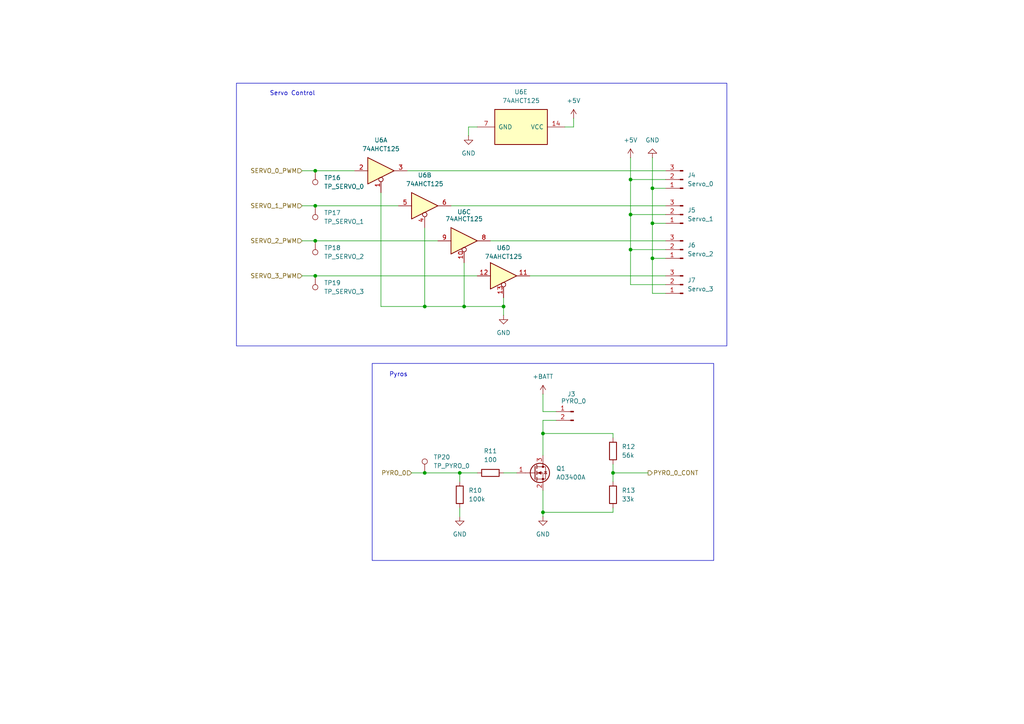
<source format=kicad_sch>
(kicad_sch (version 20250114) (generator "eeschema") (generator_version "9.0")
  (paper "A4")
  (title_block (title "Project Viikate - Avionics") (date "2026-01-30") (rev "1") (company "Aalto Space Association"))
  (lib_symbols
    (symbol "74xx:74AHCT125" (pin_names (offset 1.016))
      (property "Reference" "U" (at 0 1.27 0))
      (property "Value" "74AHCT125" (at 0 -1.27 0))
      (symbol "74AHCT125_1_0"
        (polyline (pts (xy -3.81 3.81) (xy -3.81 -3.81) (xy 3.81 0) (xy -3.81 3.81)) (stroke (width 0.254)) (fill (type background)))
        (pin input line (at -7.62 0 0) (length 3.81) (name "~") (number "2"))
        (pin input inverted (at 0 -6.35 90) (length 4.445) (name "~") (number "1"))
        (pin tri_state line (at 7.62 0 180) (length 3.81) (name "~") (number "3"))
      )
      (symbol "74AHCT125_2_0"
        (polyline (pts (xy -3.81 3.81) (xy -3.81 -3.81) (xy 3.81 0) (xy -3.81 3.81)) (stroke (width 0.254)) (fill (type background)))
        (pin input line (at -7.62 0 0) (length 3.81) (name "~") (number "5"))
        (pin input inverted (at 0 -6.35 90) (length 4.445) (name "~") (number "4"))
        (pin tri_state line (at 7.62 0 180) (length 3.81) (name "~") (number "6"))
      )
      (symbol "74AHCT125_3_0"
        (polyline (pts (xy -3.81 3.81) (xy -3.81 -3.81) (xy 3.81 0) (xy -3.81 3.81)) (stroke (width 0.254)) (fill (type background)))
        (pin input line (at -7.62 0 0) (length 3.81) (name "~") (number "9"))
        (pin input inverted (at 0 -6.35 90) (length 4.445) (name "~") (number "10"))
        (pin tri_state line (at 7.62 0 180) (length 3.81) (name "~") (number "8"))
      )
      (symbol "74AHCT125_4_0"
        (polyline (pts (xy -3.81 3.81) (xy -3.81 -3.81) (xy 3.81 0) (xy -3.81 3.81)) (stroke (width 0.254)) (fill (type background)))
        (pin input line (at -7.62 0 0) (length 3.81) (name "~") (number "12"))
        (pin input inverted (at 0 -6.35 90) (length 4.445) (name "~") (number "13"))
        (pin tri_state line (at 7.62 0 180) (length 3.81) (name "~") (number "11"))
      )
      (symbol "74AHCT125_5_0"
        (pin power_in line (at 0 12.7 270) (length 5.08) (name "VCC") (number "14"))
        (pin power_in line (at 0 -12.7 90) (length 5.08) (name "GND") (number "7"))
      )
      (symbol "74AHCT125_5_1"
        (rectangle (start -5.08 7.62) (end 5.08 -7.62) (stroke (width 0.254)) (fill (type background)))
      )
    )
    (symbol "Connector:Conn_01x02_Pin" (pin_names (offset 1.016) (hide yes))
      (property "Reference" "J" (at 0 2.54 0))
      (property "Value" "Conn_01x02_Pin" (at 0 -5.08 0))
      (symbol "Conn_01x02_Pin_1_1"
        (rectangle (start 0.8636 0.127) (end 0 -0.127) (stroke (width 0.1524)) (fill (type outline)))
        (rectangle (start 0.8636 -2.413) (end 0 -2.667) (stroke (width 0.1524)) (fill (type outline)))
        (polyline (pts (xy 1.27 0) (xy 0.8636 0)) (stroke (width 0.1524)))
        (polyline (pts (xy 1.27 -2.54) (xy 0.8636 -2.54)) (stroke (width 0.1524)))
        (pin passive line (at 5.08 0 180) (length 3.81) (name "Pin_1") (number "1"))
        (pin passive line (at 5.08 -2.54 180) (length 3.81) (name "Pin_2") (number "2"))
      )
    )
    (symbol "Connector:Conn_01x03_Pin" (pin_names (offset 1.016) (hide yes))
      (property "Reference" "J" (at 0 5.08 0))
      (property "Value" "Conn_01x03_Pin" (at 0 -5.08 0))
      (symbol "Conn_01x03_Pin_1_1"
        (rectangle (start 0.8636 2.667) (end 0 2.413) (stroke (width 0.1524)) (fill (type outline)))
        (rectangle (start 0.8636 0.127) (end 0 -0.127) (stroke (width 0.1524)) (fill (type outline)))
        (rectangle (start 0.8636 -2.413) (end 0 -2.667) (stroke (width 0.1524)) (fill (type outline)))
        (polyline (pts (xy 1.27 2.54) (xy 0.8636 2.54)) (stroke (width 0.1524)))
        (polyline (pts (xy 1.27 0) (xy 0.8636 0)) (stroke (width 0.1524)))
        (polyline (pts (xy 1.27 -2.54) (xy 0.8636 -2.54)) (stroke (width 0.1524)))
        (pin passive line (at 5.08 2.54 180) (length 3.81) (name "Pin_1") (number "1"))
        (pin passive line (at 5.08 0 180) (length 3.81) (name "Pin_2") (number "2"))
        (pin passive line (at 5.08 -2.54 180) (length 3.81) (name "Pin_3") (number "3"))
      )
    )
    (symbol "Connector:TestPoint" (pin_numbers (hide yes)) (pin_names (offset 0.762) (hide yes))
      (property "Reference" "TP" (at 0 6.858 0))
      (property "Value" "TestPoint" (at 0 5.08 0))
      (symbol "TestPoint_0_1"
        (circle (center 0 3.302) (radius 0.762))
      )
      (symbol "TestPoint_1_1"
        (pin passive line (at 0 0 90) (length 2.54) (name "1") (number "1"))
      )
    )
    (symbol "Device:R" (pin_numbers (hide yes)) (pin_names (offset 0))
      (property "Reference" "R" (at 2.032 0 90))
      (property "Value" "R" (at 0 0 90))
      (symbol "R_0_1"
        (rectangle (start -1.016 -2.54) (end 1.016 2.54) (stroke (width 0.254)))
      )
      (symbol "R_1_1"
        (pin passive line (at 0 3.81 270) (length 1.27) (name "~") (number "1"))
        (pin passive line (at 0 -3.81 90) (length 1.27) (name "~") (number "2"))
      )
    )
    (symbol "Transistor_FET:AO3400A" (pin_names (offset 0) (hide yes))
      (property "Reference" "Q" (at 5.08 1.905 0))
      (property "Value" "AO3400A" (at 5.08 0 0))
      (symbol "AO3400A_0_1"
        (polyline (pts (xy 0.254 1.905) (xy 0.254 -1.905)) (stroke (width 0.254)))
        (polyline (pts (xy 0.254 0) (xy -2.54 0)))
        (polyline (pts (xy 0.762 2.286) (xy 0.762 1.27)) (stroke (width 0.254)))
        (polyline (pts (xy 0.762 0.508) (xy 0.762 -0.508)) (stroke (width 0.254)))
        (polyline (pts (xy 0.762 -1.27) (xy 0.762 -2.286)) (stroke (width 0.254)))
        (polyline (pts (xy 0.762 -1.778) (xy 3.302 -1.778) (xy 3.302 1.778) (xy 0.762 1.778)))
        (polyline (pts (xy 1.016 0) (xy 2.032 0.381) (xy 2.032 -0.381) (xy 1.016 0)) (fill (type outline)))
        (circle (center 1.651 0) (radius 2.794) (stroke (width 0.254)))
        (polyline (pts (xy 2.54 2.54) (xy 2.54 1.778)))
        (circle (center 2.54 1.778) (radius 0.254) (fill (type outline)))
        (circle (center 2.54 -1.778) (radius 0.254) (fill (type outline)))
        (polyline (pts (xy 2.54 -2.54) (xy 2.54 0) (xy 0.762 0)))
        (polyline (pts (xy 2.921 0.381) (xy 3.683 0.381)))
        (polyline (pts (xy 3.302 0.381) (xy 2.921 -0.254) (xy 3.683 -0.254) (xy 3.302 0.381)))
      )
      (symbol "AO3400A_1_1"
        (pin input line (at -5.08 0 0) (length 2.54) (name "G") (number "1"))
        (pin passive line (at 2.54 5.08 270) (length 2.54) (name "D") (number "3"))
        (pin passive line (at 2.54 -5.08 90) (length 2.54) (name "S") (number "2"))
      )
    )
    (symbol "power:+5V" (power) (pin_numbers (hide yes)) (pin_names (offset 0) (hide yes))
      (property "Value" "+5V" (at 0 3.556 0))
      (symbol "+5V_0_1"
        (polyline (pts (xy -0.762 1.27) (xy 0 2.54)))
        (polyline (pts (xy 0 2.54) (xy 0.762 1.27)))
        (polyline (pts (xy 0 0) (xy 0 2.54)))
      )
      (symbol "+5V_1_1"
        (pin power_in line (at 0 0 90) (length 0) (name "~") (number "1"))
      )
    )
    (symbol "power:+BATT" (power) (pin_numbers (hide yes)) (pin_names (offset 0) (hide yes))
      (property "Value" "+BATT" (at 0 3.556 0))
      (symbol "+BATT_0_1"
        (polyline (pts (xy -0.762 1.27) (xy 0 2.54)))
        (polyline (pts (xy 0 2.54) (xy 0.762 1.27)))
        (polyline (pts (xy 0 0) (xy 0 2.54)))
      )
      (symbol "+BATT_1_1"
        (pin power_in line (at 0 0 90) (length 0) (name "~") (number "1"))
      )
    )
    (symbol "power:GND" (power) (pin_numbers (hide yes)) (pin_names (offset 0) (hide yes))
      (property "Value" "GND" (at 0 -3.81 0))
      (symbol "GND_0_1"
        (polyline (pts (xy 0 0) (xy 0 -1.27) (xy 1.27 -1.27) (xy 0 -2.54) (xy -1.27 -1.27) (xy 0 -1.27)))
      )
      (symbol "GND_1_1"
        (pin power_in line (at 0 0 270) (length 0) (name "~") (number "1"))
      )
    )
  )
  (rectangle (start 107.95 105.41) (end 207.01 162.56))
  (rectangle (start 68.58 24.13) (end 210.82 100.33))
  (text "Pyros" (at 115.57 108.712 0) (effects (font (size 1.27 1.27))))
  (text "Servo Control" (at 84.836 27.178 0) (effects (font (size 1.27 1.27))))
  (junction (at 123.19 88.9))
  (junction (at 177.8 137.16))
  (junction (at 134.62 88.9))
  (junction (at 133.35 137.16))
  (junction (at 91.44 69.85))
  (junction (at 123.19 137.16))
  (junction (at 157.48 148.59))
  (junction (at 91.44 49.53))
  (junction (at 182.88 62.23))
  (junction (at 189.23 74.93))
  (junction (at 146.05 88.9))
  (junction (at 189.23 54.61))
  (junction (at 189.23 64.77))
  (junction (at 182.88 52.07))
  (junction (at 91.44 59.69))
  (junction (at 157.48 125.73))
  (junction (at 182.88 72.39))
  (junction (at 91.44 80.01))
  (wire (pts (xy 177.8 127) (xy 177.8 125.73)))
  (wire (pts (xy 123.19 66.04) (xy 123.19 88.9)))
  (wire (pts (xy 134.62 76.2) (xy 134.62 88.9)))
  (wire (pts (xy 118.11 49.53) (xy 193.04 49.53)))
  (wire (pts (xy 182.88 45.72) (xy 182.88 52.07)))
  (wire (pts (xy 87.63 59.69) (xy 91.44 59.69)))
  (wire (pts (xy 189.23 54.61) (xy 193.04 54.61)))
  (wire (pts (xy 182.88 52.07) (xy 182.88 62.23)))
  (wire (pts (xy 157.48 125.73) (xy 157.48 132.08)))
  (wire (pts (xy 91.44 59.69) (xy 115.57 59.69)))
  (wire (pts (xy 138.43 36.83) (xy 135.89 36.83)))
  (wire (pts (xy 133.35 137.16) (xy 133.35 139.7)))
  (wire (pts (xy 189.23 74.93) (xy 189.23 85.09)))
  (wire (pts (xy 177.8 147.32) (xy 177.8 148.59)))
  (wire (pts (xy 189.23 45.72) (xy 189.23 54.61)))
  (wire (pts (xy 146.05 88.9) (xy 146.05 91.44)))
  (wire (pts (xy 146.05 88.9) (xy 134.62 88.9)))
  (wire (pts (xy 182.88 62.23) (xy 193.04 62.23)))
  (wire (pts (xy 157.48 148.59) (xy 157.48 149.86)))
  (wire (pts (xy 146.05 137.16) (xy 149.86 137.16)))
  (wire (pts (xy 153.67 80.01) (xy 193.04 80.01)))
  (wire (pts (xy 142.24 69.85) (xy 193.04 69.85)))
  (wire (pts (xy 193.04 85.09) (xy 189.23 85.09)))
  (wire (pts (xy 177.8 137.16) (xy 187.96 137.16)))
  (wire (pts (xy 119.38 137.16) (xy 123.19 137.16)))
  (wire (pts (xy 91.44 80.01) (xy 138.43 80.01)))
  (wire (pts (xy 161.29 119.38) (xy 157.48 119.38)))
  (wire (pts (xy 157.48 142.24) (xy 157.48 148.59)))
  (wire (pts (xy 182.88 52.07) (xy 193.04 52.07)))
  (wire (pts (xy 87.63 49.53) (xy 91.44 49.53)))
  (wire (pts (xy 189.23 64.77) (xy 193.04 64.77)))
  (wire (pts (xy 87.63 69.85) (xy 91.44 69.85)))
  (wire (pts (xy 130.81 59.69) (xy 193.04 59.69)))
  (wire (pts (xy 134.62 88.9) (xy 123.19 88.9)))
  (wire (pts (xy 182.88 82.55) (xy 193.04 82.55)))
  (wire (pts (xy 189.23 64.77) (xy 189.23 74.93)))
  (wire (pts (xy 189.23 74.93) (xy 193.04 74.93)))
  (wire (pts (xy 163.83 36.83) (xy 166.37 36.83)))
  (wire (pts (xy 133.35 147.32) (xy 133.35 149.86)))
  (wire (pts (xy 123.19 88.9) (xy 110.49 88.9)))
  (wire (pts (xy 157.48 121.92) (xy 161.29 121.92)))
  (wire (pts (xy 182.88 72.39) (xy 182.88 82.55)))
  (wire (pts (xy 166.37 34.29) (xy 166.37 36.83)))
  (wire (pts (xy 110.49 88.9) (xy 110.49 55.88)))
  (wire (pts (xy 177.8 134.62) (xy 177.8 137.16)))
  (wire (pts (xy 182.88 72.39) (xy 193.04 72.39)))
  (wire (pts (xy 146.05 86.36) (xy 146.05 88.9)))
  (wire (pts (xy 91.44 49.53) (xy 102.87 49.53)))
  (wire (pts (xy 157.48 114.3) (xy 157.48 119.38)))
  (wire (pts (xy 182.88 62.23) (xy 182.88 72.39)))
  (wire (pts (xy 135.89 36.83) (xy 135.89 39.37)))
  (wire (pts (xy 87.63 80.01) (xy 91.44 80.01)))
  (wire (pts (xy 123.19 137.16) (xy 133.35 137.16)))
  (wire (pts (xy 177.8 148.59) (xy 157.48 148.59)))
  (wire (pts (xy 177.8 125.73) (xy 157.48 125.73)))
  (wire (pts (xy 157.48 121.92) (xy 157.48 125.73)))
  (wire (pts (xy 189.23 54.61) (xy 189.23 64.77)))
  (wire (pts (xy 91.44 69.85) (xy 127 69.85)))
  (wire (pts (xy 133.35 137.16) (xy 138.43 137.16)))
  (wire (pts (xy 177.8 137.16) (xy 177.8 139.7)))
  (hierarchical_label "SERVO_0_PWM" (shape input) (at 87.63 49.53 180))
  (hierarchical_label "PYRO_0_CONT" (shape output) (at 187.96 137.16 0))
  (hierarchical_label "SERVO_1_PWM" (shape input) (at 87.63 59.69 180))
  (hierarchical_label "PYRO_0" (shape input) (at 119.38 137.16 180))
  (hierarchical_label "SERVO_3_PWM" (shape input) (at 87.63 80.01 180))
  (hierarchical_label "SERVO_2_PWM" (shape input) (at 87.63 69.85 180))
  (symbol (lib_id "74xx:74AHCT125") (at 123.19 59.69 0) (unit 2)
    (property "Reference" "U6" (at 123.19 50.8 0))
    (property "Value" "74AHCT125" (at 123.19 53.34 0))
    (property "Footprint" "Package_SO:SOIC-14_3.9x8.7mm_P1.27mm" (effects (hide yes)))
    (property "Datasheet" "https://www.ti.com/lit/ds/symlink/sn74ahct125.pdf" (effects (hide yes)))
    (property "Description" "Quadruple Bus Buffer Gates With 3-State Outputs" (effects (hide yes)))
  )
  (symbol (lib_id "power:GND") (at 189.23 45.72 180) (unit 1)
    (property "Reference" "#PWR032" (effects (hide yes)))
    (property "Value" "GND" (at 189.23 40.64 0))
    (property "Description" "Power symbol creates a global label with name \"GND\" , ground" (effects (hide yes)))
  )
  (symbol (lib_id "power:GND") (at 135.89 39.37 0) (unit 1)
    (property "Reference" "#PWR026" (effects (hide yes)))
    (property "Value" "GND" (at 135.89 44.45 0))
    (property "Description" "Power symbol creates a global label with name \"GND\" , ground" (effects (hide yes)))
  )
  (symbol (lib_id "Device:R") (at 177.8 130.81 0) (unit 1)
    (property "Reference" "R12" (at 180.34 129.5399 0) (effects (justify left)))
    (property "Value" "56k" (at 180.34 132.0799 0) (effects (justify left)))
    (property "Footprint" "Resistor_SMD:R_0805_2012Metric_Pad1.20x1.40mm_HandSolder" (effects (hide yes)))
    (property "Description" "Resistor" (effects (hide yes)))
  )
  (symbol (lib_id "power:+5V") (at 166.37 34.29 0) (unit 1)
    (property "Reference" "#PWR030" (effects (hide yes)))
    (property "Value" "+5V" (at 166.37 29.21 0))
    (property "Description" "Power symbol creates a global label with name \"+5V\"" (effects (hide yes)))
  )
  (symbol (lib_id "Connector:Conn_01x03_Pin") (at 198.12 82.55 180) (unit 1)
    (property "Reference" "J7" (at 199.39 81.2799 0) (effects (justify right)))
    (property "Value" "Servo_3" (at 199.39 83.8199 0) (effects (justify right)))
    (property "Footprint" "TerminalBlock_Phoenix:TerminalBlock_Phoenix_MKDS-1,5-3-5.08_1x03_P5.08mm_Horizontal" (effects (hide yes)))
    (property "Description" "Generic connector, single row, 01x03, script generated" (effects (hide yes)))
  )
  (symbol (lib_id "power:GND") (at 157.48 149.86 0) (unit 1)
    (property "Reference" "#PWR029" (effects (hide yes)))
    (property "Value" "GND" (at 157.48 154.94 0))
    (property "Description" "Power symbol creates a global label with name \"GND\" , ground" (effects (hide yes)))
  )
  (symbol (lib_id "Connector:Conn_01x03_Pin") (at 198.12 72.39 180) (unit 1)
    (property "Reference" "J6" (at 199.39 71.1199 0) (effects (justify right)))
    (property "Value" "Servo_2" (at 199.39 73.6599 0) (effects (justify right)))
    (property "Footprint" "TerminalBlock_Phoenix:TerminalBlock_Phoenix_MKDS-1,5-3-5.08_1x03_P5.08mm_Horizontal" (effects (hide yes)))
    (property "Description" "Generic connector, single row, 01x03, script generated" (effects (hide yes)))
  )
  (symbol (lib_id "power:+BATT") (at 157.48 114.3 0) (unit 1)
    (property "Reference" "#PWR028" (effects (hide yes)))
    (property "Value" "+BATT" (at 157.48 109.22 0))
    (property "Description" "Power symbol creates a global label with name \"+BATT\"" (effects (hide yes)))
  )
  (symbol (lib_id "power:GND") (at 133.35 149.86 0) (unit 1)
    (property "Reference" "#PWR025" (effects (hide yes)))
    (property "Value" "GND" (at 133.35 154.94 0))
    (property "Description" "Power symbol creates a global label with name \"GND\" , ground" (effects (hide yes)))
  )
  (symbol (lib_id "Device:R") (at 133.35 143.51 0) (unit 1)
    (property "Reference" "R10" (at 135.89 142.2399 0) (effects (justify left)))
    (property "Value" "100k" (at 135.89 144.7799 0) (effects (justify left)))
    (property "Footprint" "Resistor_SMD:R_0805_2012Metric_Pad1.20x1.40mm_HandSolder" (effects (hide yes)))
    (property "Description" "Resistor" (effects (hide yes)))
  )
  (symbol (lib_id "74xx:74AHCT125") (at 151.13 36.83 270) (unit 5)
    (property "Reference" "U6" (at 151.13 26.67 90))
    (property "Value" "74AHCT125" (at 151.13 29.21 90))
    (property "Footprint" "Package_SO:SOIC-14_3.9x8.7mm_P1.27mm" (effects (hide yes)))
    (property "Datasheet" "https://www.ti.com/lit/ds/symlink/sn74ahct125.pdf" (effects (hide yes)))
    (property "Description" "Quadruple Bus Buffer Gates With 3-State Outputs" (effects (hide yes)))
  )
  (symbol (lib_id "power:+5V") (at 182.88 45.72 0) (unit 1)
    (property "Reference" "#PWR031" (effects (hide yes)))
    (property "Value" "+5V" (at 182.88 40.64 0))
    (property "Description" "Power symbol creates a global label with name \"+5V\"" (effects (hide yes)))
  )
  (symbol (lib_id "Connector:TestPoint") (at 91.44 59.69 180) (unit 1)
    (property "Reference" "TP17" (at 93.98 61.7219 0) (effects (justify right)))
    (property "Value" "TP_SERVO_1" (at 93.98 64.2619 0) (effects (justify right)))
    (property "Footprint" "TestPoint:TestPoint_Pad_D1.5mm" (effects (hide yes)))
    (property "Description" "test point" (effects (hide yes)))
  )
  (symbol (lib_id "power:GND") (at 146.05 91.44 0) (unit 1)
    (property "Reference" "#PWR027" (effects (hide yes)))
    (property "Value" "GND" (at 146.05 96.52 0))
    (property "Description" "Power symbol creates a global label with name \"GND\" , ground" (effects (hide yes)))
  )
  (symbol (lib_id "74xx:74AHCT125") (at 134.62 69.85 0) (unit 3)
    (property "Reference" "U6" (at 134.62 61.468 0))
    (property "Value" "74AHCT125" (at 134.62 63.5 0))
    (property "Footprint" "Package_SO:SOIC-14_3.9x8.7mm_P1.27mm" (effects (hide yes)))
    (property "Datasheet" "https://www.ti.com/lit/ds/symlink/sn74ahct125.pdf" (effects (hide yes)))
    (property "Description" "Quadruple Bus Buffer Gates With 3-State Outputs" (effects (hide yes)))
  )
  (symbol (lib_id "Device:R") (at 142.24 137.16 270) (unit 1)
    (property "Reference" "R11" (at 142.24 130.81 90))
    (property "Value" "100" (at 142.24 133.35 90))
    (property "Footprint" "Resistor_SMD:R_0805_2012Metric_Pad1.20x1.40mm_HandSolder" (effects (hide yes)))
    (property "Description" "Resistor" (effects (hide yes)))
  )
  (symbol (lib_id "74xx:74AHCT125") (at 146.05 80.01 0) (unit 4)
    (property "Reference" "U6" (at 146.05 71.882 0))
    (property "Value" "74AHCT125" (at 146.05 74.422 0))
    (property "Footprint" "Package_SO:SOIC-14_3.9x8.7mm_P1.27mm" (effects (hide yes)))
    (property "Datasheet" "https://www.ti.com/lit/ds/symlink/sn74ahct125.pdf" (effects (hide yes)))
    (property "Description" "Quadruple Bus Buffer Gates With 3-State Outputs" (effects (hide yes)))
  )
  (symbol (lib_id "Connector:TestPoint") (at 91.44 69.85 180) (unit 1)
    (property "Reference" "TP18" (at 93.98 71.8819 0) (effects (justify right)))
    (property "Value" "TP_SERVO_2" (at 93.98 74.4219 0) (effects (justify right)))
    (property "Footprint" "TestPoint:TestPoint_Pad_D1.5mm" (effects (hide yes)))
    (property "Description" "test point" (effects (hide yes)))
  )
  (symbol (lib_id "74xx:74AHCT125") (at 110.49 49.53 0) (unit 1)
    (property "Reference" "U6" (at 110.49 40.64 0))
    (property "Value" "74AHCT125" (at 110.49 43.18 0))
    (property "Footprint" "Package_SO:SOIC-14_3.9x8.7mm_P1.27mm" (effects (hide yes)))
    (property "Datasheet" "https://www.ti.com/lit/ds/symlink/sn74ahct125.pdf" (effects (hide yes)))
    (property "Description" "Quadruple Bus Buffer Gates With 3-State Outputs" (effects (hide yes)))
  )
  (symbol (lib_id "Connector:TestPoint") (at 91.44 80.01 180) (unit 1)
    (property "Reference" "TP19" (at 93.98 82.0419 0) (effects (justify right)))
    (property "Value" "TP_SERVO_3" (at 93.98 84.5819 0) (effects (justify right)))
    (property "Footprint" "TestPoint:TestPoint_Pad_D1.5mm" (effects (hide yes)))
    (property "Description" "test point" (effects (hide yes)))
  )
  (symbol (lib_id "Connector:Conn_01x02_Pin") (at 166.37 119.38 0) (mirror y) (unit 1)
    (property "Reference" "J3" (at 165.735 114.3 0))
    (property "Value" "PYRO_0" (at 166.37 116.332 0))
    (property "Footprint" "TerminalBlock_Phoenix:TerminalBlock_Phoenix_MKDS-1,5-2_1x02_P5.00mm_Horizontal" (effects (hide yes)))
    (property "Description" "Generic connector, single row, 01x02, script generated" (effects (hide yes)))
  )
  (symbol (lib_id "Connector:TestPoint") (at 91.44 49.53 180) (unit 1)
    (property "Reference" "TP16" (at 93.98 51.5619 0) (effects (justify right)))
    (property "Value" "TP_SERVO_0" (at 93.98 54.1019 0) (effects (justify right)))
    (property "Footprint" "TestPoint:TestPoint_Pad_D1.5mm" (effects (hide yes)))
    (property "Description" "test point" (effects (hide yes)))
  )
  (symbol (lib_id "Connector:TestPoint") (at 123.19 137.16 0) (unit 1)
    (property "Reference" "TP20" (at 125.73 132.5879 0) (effects (justify left)))
    (property "Value" "TP_PYRO_0" (at 125.73 135.1279 0) (effects (justify left)))
    (property "Footprint" "TestPoint:TestPoint_Pad_D1.5mm" (effects (hide yes)))
    (property "Description" "test point" (effects (hide yes)))
  )
  (symbol (lib_id "Device:R") (at 177.8 143.51 0) (unit 1)
    (property "Reference" "R13" (at 180.34 142.2399 0) (effects (justify left)))
    (property "Value" "33k" (at 180.34 144.7799 0) (effects (justify left)))
    (property "Footprint" "Resistor_SMD:R_0805_2012Metric_Pad1.20x1.40mm_HandSolder" (effects (hide yes)))
    (property "Description" "Resistor" (effects (hide yes)))
  )
  (symbol (lib_id "Connector:Conn_01x03_Pin") (at 198.12 62.23 180) (unit 1)
    (property "Reference" "J5" (at 199.39 60.9599 0) (effects (justify right)))
    (property "Value" "Servo_1" (at 199.39 63.4999 0) (effects (justify right)))
    (property "Footprint" "TerminalBlock_Phoenix:TerminalBlock_Phoenix_MKDS-1,5-3-5.08_1x03_P5.08mm_Horizontal" (effects (hide yes)))
    (property "Description" "Generic connector, single row, 01x03, script generated" (effects (hide yes)))
  )
  (symbol (lib_id "Transistor_FET:AO3400A") (at 154.94 137.16 0) (unit 1)
    (property "Reference" "Q1" (at 161.29 135.8899 0) (effects (justify left)))
    (property "Value" "AO3400A" (at 161.29 138.4299 0) (effects (justify left)))
    (property "Footprint" "Package_TO_SOT_SMD:SOT-23" (effects (hide yes)))
    (property "Datasheet" "http://www.aosmd.com/pdfs/datasheet/AO3400A.pdf" (effects (hide yes)))
    (property "Description" "30V Vds, 5.7A Id, N-Channel MOSFET, SOT-23" (effects (hide yes)))
  )
  (symbol (lib_id "Connector:Conn_01x03_Pin") (at 198.12 52.07 180) (unit 1)
    (property "Reference" "J4" (at 199.39 50.7999 0) (effects (justify right)))
    (property "Value" "Servo_0" (at 199.39 53.3399 0) (effects (justify right)))
    (property "Footprint" "TerminalBlock_Phoenix:TerminalBlock_Phoenix_MKDS-1,5-3-5.08_1x03_P5.08mm_Horizontal" (effects (hide yes)))
    (property "Description" "Generic connector, single row, 01x03, script generated" (effects (hide yes)))
  )
)
</source>
